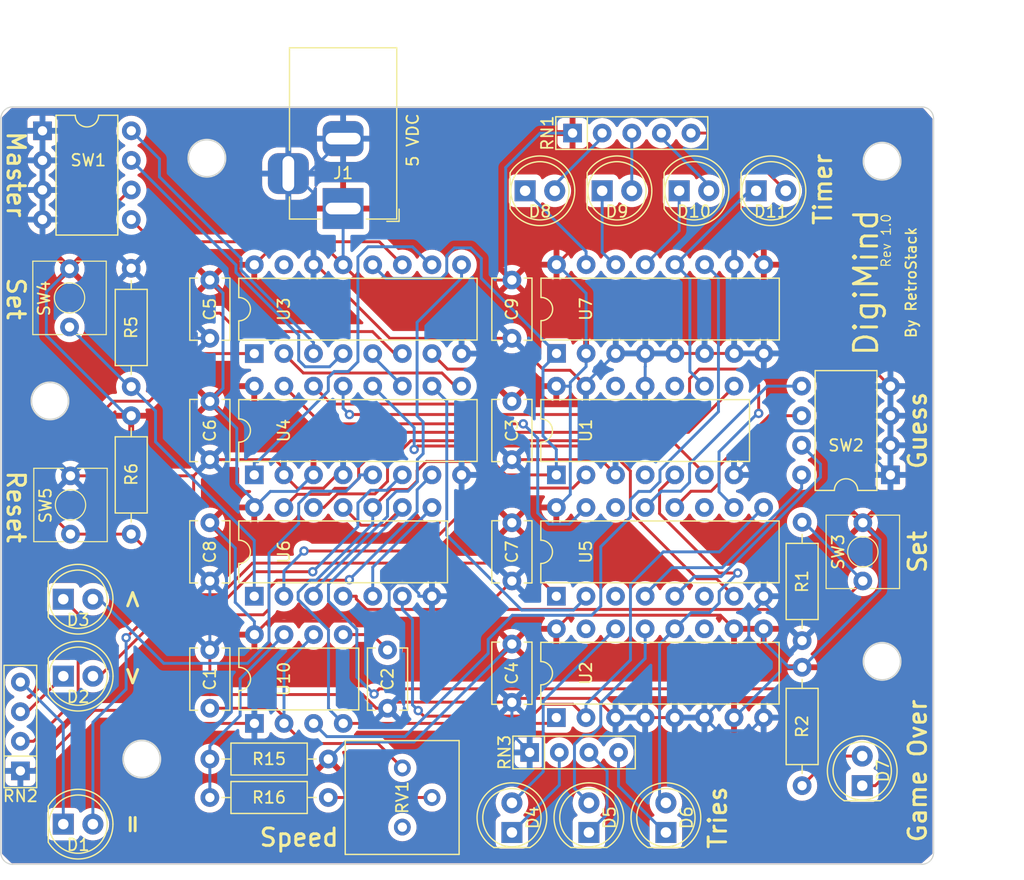
<source format=kicad_pcb>
(kicad_pcb (version 20240108) (generator "pcbnew") (generator_version "8.0")
  (title_block (title "DigiMind") (date "2024-06-24") (rev "1.1") (company "RetroStack - Marcel Erz") (comment 4 "A game to guess the master code"))
  (layers (0 "F.Cu" signal) (31 "B.Cu" signal) (34 "B.Paste" user) (35 "F.Paste" user) (36 "B.SilkS" user "B.Silkscreen") (37 "F.SilkS" user "F.Silkscreen") (38 "B.Mask" user) (39 "F.Mask" user) (44 "Edge.Cuts" user))
  (net 0 "")
  (net 1 "GND")
  (net 2 "Net-(U10-THR)")
  (net 3 "Net-(U10-CV)")
  (net 4 "+5V")
  (net 5 "Net-(D1-K)")
  (net 6 "Net-(D1-A)")
  (net 7 "Net-(D2-K)")
  (net 8 "Net-(D2-A)")
  (net 9 "Net-(D3-K)")
  (net 10 "Net-(D3-A)")
  (net 11 "Net-(D4-K)")
  (net 12 "Net-(D4-A)")
  (net 13 "Net-(D5-K)")
  (net 14 "Net-(D5-A)")
  (net 15 "Net-(D6-K)")
  (net 16 "Net-(D6-A)")
  (net 17 "Net-(D8-K)")
  (net 18 "Net-(D8-A)")
  (net 19 "Net-(D9-K)")
  (net 20 "Net-(D9-A)")
  (net 21 "Net-(D10-K)")
  (net 22 "Net-(D10-A)")
  (net 23 "Net-(D11-K)")
  (net 24 "Net-(D11-A)")
  (net 25 "Net-(R1-Pad2)")
  (net 26 "Net-(R5-Pad2)")
  (net 27 "/~{RST}")
  (net 28 "Net-(U10-DIS)")
  (net 29 "Net-(R16-Pad2)")
  (net 31 "Net-(U3-D3)")
  (net 32 "Net-(U3-D2)")
  (net 33 "Net-(U3-D1)")
  (net 34 "Net-(U3-D0)")
  (net 35 "Net-(U5-D3)")
  (net 36 "Net-(U5-D2)")
  (net 37 "Net-(U5-D1)")
  (net 38 "Net-(U5-D0)")
  (net 39 "/ENTERED")
  (net 40 "/~{ENTERED}")
  (net 42 "Net-(U1-Pad6)")
  (net 43 "Net-(U1-Pad8)")
  (net 46 "Net-(U2-CP)")
  (net 49 "Net-(U3-Q0)")
  (net 50 "Net-(U3-Q1)")
  (net 51 "Net-(U3-Q2)")
  (net 52 "Net-(U3-Cp)")
  (net 53 "Net-(U3-Q3)")
  (net 55 "Net-(U4-A0)")
  (net 56 "Net-(U4-A1)")
  (net 57 "Net-(U4-A2)")
  (net 58 "Net-(U4-A3)")
  (net 63 "Net-(U6-Pad5)")
  (net 64 "/~{GAMEOVER}")
  (net 65 "Net-(U10-Q)")
  (net 66 "Net-(D7-A)")
  (footprint "Capacitor_THT:C_Disc_D5.1mm_W3.2mm_P5.00mm" (layer "F.Cu") (at 119.634 75.986 -90)
    (property "Reference" "C7")
    (property "Value" "C")
  )
  (footprint "Package_DIP:DIP-14_W7.62mm" (layer "F.Cu") (at 97.536 82.296 90)
    (property "Reference" "U6")
    (property "Value" "74LS08")
  )
  (footprint "Capacitor_THT:C_Disc_D5.1mm_W3.2mm_P5.00mm" (layer "F.Cu") (at 119.634 65.572 -90)
    (property "Reference" "C3")
    (property "Value" "C")
  )
  (footprint "LED_THT:LED_D5.0mm" (layer "F.Cu") (at 126.238 102.57 90)
    (property "Reference" "D5")
    (property "Value" "Red")
  )
  (footprint "Resistor_THT:R_Axial_DIN0207_L6.3mm_D2.5mm_P10.16mm_Horizontal" (layer "F.Cu") (at 144.526 98.552 90)
    (property "Reference" "R2")
    (property "Value" "1k")
  )
  (footprint "LED_THT:LED_D5.0mm" (layer "F.Cu") (at 133.98 47.498)
    (property "Reference" "D10")
    (property "Value" "Red")
  )
  (footprint "Capacitor_THT:C_Disc_D5.1mm_W3.2mm_P5.00mm" (layer "F.Cu") (at 93.726 65.572 -90)
    (property "Reference" "C6")
    (property "Value" "C")
  )
  (footprint "LED_THT:LED_D5.0mm" (layer "F.Cu") (at 127.376 47.498)
    (property "Reference" "D9")
    (property "Value" "Red")
  )
  (footprint "LED_THT:LED_D5.0mm" (layer "F.Cu") (at 140.584 47.498)
    (property "Reference" "D11")
    (property "Value" "Red")
  )
  (footprint "Connector_BarrelJack:BarrelJack_Horizontal" (layer "F.Cu") (at 105.156 49.022 -90)
    (property "Reference" "J1")
    (property "Value" "Barrel_Jack_Switch")
  )
  (footprint "RetroStackLibrary:SW_SPST_Push" (layer "F.Cu") (at 156.733 78.486 -90)
    (property "Reference" "SW3")
    (property "Value" "SW_Push")
  )
  (footprint "Package_DIP:DIP-16_W7.62mm" (layer "F.Cu") (at 97.536 71.882 90)
    (property "Reference" "U4")
    (property "Value" "74LS85")
  )
  (footprint "Resistor_THT:R_Axial_DIN0207_L6.3mm_D2.5mm_P10.16mm_Horizontal" (layer "F.Cu") (at 144.526 86.106 90)
    (property "Reference" "R1")
    (property "Value" "R")
  )
  (footprint "Resistor_THT:R_Axial_DIN0207_L6.3mm_D2.5mm_P10.16mm_Horizontal" (layer "F.Cu") (at 86.98 76.962 90)
    (property "Reference" "R6")
    (property "Value" "R")
  )
  (footprint "Package_DIP:DIP-8_W7.62mm" (layer "F.Cu") (at 97.546 93.208 90)
    (property "Reference" "U10")
    (property "Value" "NA555P")
  )
  (footprint "Capacitor_THT:C_Disc_D5.1mm_W3.2mm_P5.00mm" (layer "F.Cu") (at 93.726 55.158 -90)
    (property "Reference" "C5")
    (property "Value" "C")
  )
  (footprint "Resistor_THT:R_Axial_DIN0207_L6.3mm_D2.5mm_P10.16mm_Horizontal" (layer "F.Cu") (at 103.886 96.266 180)
    (property "Reference" "R15")
    (property "Value" "1k")
  )
  (footprint "Resistor_THT:R_Array_SIP5" (layer "F.Cu") (at 124.836 42.545)
    (property "Reference" "RN1")
    (property "Value" "R_Network04")
  )
  (footprint "Package_DIP:DIP-16_W7.62mm" (layer "F.Cu") (at 123.444 92.71 90)
    (property "Reference" "U2")
    (property "Value" "74LS161")
  )
  (footprint "Capacitor_THT:C_Disc_D5.1mm_W3.2mm_P5.00mm" (layer "F.Cu") (at 93.726 75.986 -90)
    (property "Reference" "C8")
    (property "Value" "C")
  )
  (footprint "Resistor_THT:R_Array_SIP4" (layer "F.Cu") (at 77.475 97.282 90)
    (property "Reference" "RN2")
    (property "Value" "R_Network03")
  )
  (footprint "Resistor_THT:R_Axial_DIN0207_L6.3mm_D2.5mm_P10.16mm_Horizontal" (layer "F.Cu") (at 93.726 99.568)
    (property "Reference" "R16")
    (property "Value" "1k")
  )
  (footprint "LED_THT:LED_D5.0mm" (layer "F.Cu") (at 81.153 82.55)
    (property "Reference" "D3")
    (property "Value" "Yellow")
  )
  (footprint "Capacitor_THT:C_Disc_D5.1mm_W3.2mm_P5.00mm" (layer "F.Cu") (at 108.966 91.908 90)
    (property "Reference" "C2")
    (property "Value" "0.01uF")
  )
  (footprint "LED_THT:LED_D5.0mm" (layer "F.Cu") (at 132.842 102.57 90)
    (property "Reference" "D6")
    (property "Value" "Red")
  )
  (footprint "Package_DIP:DIP-14_W7.62mm" (layer "F.Cu") (at 123.444 71.882 90)
    (property "Reference" "U1")
    (property "Value" "74LS04")
  )
  (footprint "LED_THT:LED_D5.0mm" (layer "F.Cu") (at 81.153 101.854)
    (property "Reference" "D1")
    (property "Value" "Green")
  )
  (footprint "LED_THT:LED_D5.0mm" (layer "F.Cu") (at 149.6822 98.552 90)
    (property "Reference" "D7")
    (property "Value" "Red")
  )
  (footprint "Package_DIP:DIP-8_W7.62mm" (layer "F.Cu") (at 152.1041 71.882 180)
    (property "Reference" "SW2")
    (property "Value" "SW_DIP_x04")
  )
  (footprint "Capacitor_THT:C_Disc_D5.1mm_W3.2mm_P5.00mm" (layer "F.Cu") (at 119.634 86.4 -90)
    (property "Reference" "C4")
    (property "Value" "C")
  )
  (footprint "Package_DIP:DIP-16_W7.62mm" (layer "F.Cu") (at 97.536 61.468 90)
    (property "Reference" "U3")
    (property "Value" "74LS174")
  )
  (footprint "Potentiometer_THT:Potentiometer_Bourns_3386P_Vertical" (layer "F.Cu") (at 110.236 102.108)
    (property "Reference" "RV1")
    (property "Value" "1M")
  )
  (footprint "Capacitor_THT:C_Disc_D5.1mm_W3.2mm_P5.00mm" (layer "F.Cu") (at 119.634 55.158 -90)
    (property "Reference" "C9")
    (property "Value" "C")
  )
  (footprint "Package_DIP:DIP-16_W7.62mm" (layer "F.Cu") (at 123.444 82.296 90)
    (property "Reference" "U5")
    (property "Value" "74LS175")
  )
  (footprint "LED_THT:LED_D5.0mm" (layer "F.Cu") (at 81.158 89.154)
    (property "Reference" "D2")
    (property "Value" "Yellow")
  )
  (footprint "Resistor_THT:R_Array_SIP4" (layer "F.Cu") (at 121.158 95.7)
    (property "Reference" "RN3")
    (property "Value" "R_Network03")
  )
  (footprint "LED_THT:LED_D5.0mm" (layer "F.Cu") (at 119.634 102.57 90)
    (property "Reference" "D4")
    (property "Value" "Red")
  )
  (footprint "Package_DIP:DIP-8_W7.62mm" (layer "F.Cu") (at 79.37 42.348)
    (property "Reference" "SW1")
    (property "Value" "SW_DIP_x04")
  )
  (footprint "LED_THT:LED_D5.0mm" (layer "F.Cu") (at 120.767 47.498)
    (property "Reference" "D8")
    (property "Value" "Red")
  )
  (footprint "RetroStackLibrary:SW_SPST_Push" (layer "F.Cu") (at 88.773 74.462 -90)
    (property "Reference" "SW5")
    (property "Value" "SW_Push")
  )
  (footprint "Resistor_THT:R_Axial_DIN0207_L6.3mm_D2.5mm_P10.16mm_Horizontal" (layer "F.Cu") (at 86.98 54.149 -90)
    (property "Reference" "R5")
    (property "Value" "R")
  )
  (footprint "Capacitor_THT:C_Disc_D5.1mm_W3.2mm_P5.00mm" (layer "F.Cu") (at 93.726 86.908 -90)
    (property "Reference" "C1")
    (property "Value" "1uF")
  )
  (footprint "RetroStackLibrary:SW_SPST_Push" (layer "F.Cu") (at 88.6885 56.689 -90)
    (property "Reference" "SW4")
    (property "Value" "SW_Push")
  )
  (footprint "Package_DIP:DIP-16_W7.62mm" (layer "F.Cu") (at 123.459 61.458 90)
    (property "Reference" "U7")
    (property "Value" "74LS194")
  )
  (gr_circle (center 93.472 44.704) (end 95.072 44.704) (stroke (width 0.15)) (fill none) (layer "Edge.Cuts"))
  (gr_arc (start 154.8 40.3) (mid 155.507107 40.592893) (end 155.8 41.3) (stroke (width 0.1)) (layer "Edge.Cuts"))
  (gr_line (start 154.8 105.3) (end 76.8 105.3) (stroke (width 0.1)) (layer "Edge.Cuts"))
  (gr_arc (start 155.8 104.3) (mid 155.507107 105.007107) (end 154.8 105.3) (stroke (width 0.1)) (layer "Edge.Cuts"))
  (gr_line (start 75.8 104.3) (end 75.8 41.3) (stroke (width 0.1)) (layer "Edge.Cuts"))
  (gr_arc (start 76.8 105.3) (mid 76.092893 105.007107) (end 75.8 104.3) (stroke (width 0.1)) (layer "Edge.Cuts"))
  (gr_circle (center 151.384 87.884) (end 152.984 87.884) (stroke (width 0.15)) (fill none) (layer "Edge.Cuts"))
  (gr_line (start 76.8 40.3) (end 154.8 40.3) (stroke (width 0.1)) (layer "Edge.Cuts"))
  (gr_circle (center 151.384 44.958) (end 152.984 44.958) (stroke (width 0.15)) (fill none) (layer "Edge.Cuts"))
  (gr_circle (center 80.01 65.532) (end 81.61 65.532) (stroke (width 0.15)) (fill none) (layer "Edge.Cuts"))
  (gr_circle (center 87.884 96.266) (end 89.484 96.266) (stroke (width 0.15)) (fill none) (layer "Edge.Cuts"))
  (gr_line (start 155.8 41.3) (end 155.8 104.3) (stroke (width 0.1)) (layer "Edge.Cuts"))
  (gr_arc (start 75.8 41.3) (mid 76.092893 40.592893) (end 76.8 40.3) (stroke (width 0.1)) (layer "Edge.Cuts"))
  (gr_text "Set" (at 154.432 78.486 90) (layer "F.SilkS") (effects (font (size 1.5 1.5) (thickness 0.25) (bold yes))))
  (gr_text "Timer" (at 146.304 47.371 90) (layer "F.SilkS") (effects (font (size 1.5 1.5) (thickness 0.25) (bold yes))))
  (gr_text "Guess" (at 154.432 68.072 90) (layer "F.SilkS") (effects (font (size 1.5 1.5) (thickness 0.25) (bold yes))))
  (gr_text ">" (at 86.995 82.55 90) (layer "F.SilkS") (effects (font (size 1.5 1.5) (thickness 0.25) (bold yes))))
  (gr_text "=" (at 86.995 101.854 90) (layer "F.SilkS") (effects (font (size 1.5 1.5) (thickness 0.25) (bold yes))))
  (gr_text "5 VDC" (at 111.125 40.767 90) (layer "F.SilkS") (effects (font (size 1 1)) (justify right)))
  (gr_text "Rev 1.0" (at 152.1968 49.403 90) (layer "F.SilkS") (effects (font (size 0.8 0.8) (thickness 0.1)) (justify right bottom)))
  (gr_text "DigiMind" (at 151.1808 61.8236 90) (layer "F.SilkS") (effects (font (size 2 2) (thickness 0.25)) (justify left bottom)))
  (gr_text "Game Over" (at 154.432 97.282 90) (layer "F.SilkS") (effects (font (size 1.5 1.5) (thickness 0.25) (bold yes))))
  (gr_text "Tries" (at 137.287 101.3 90) (layer "F.SilkS") (effects (font (size 1.5 1.5) (thickness 0.25) (bold yes))))
  (gr_text "Speed" (at 104.902 102.997 0) (layer "F.SilkS") (effects (font (size 1.5 1.5) (thickness 0.25) (bold yes)) (justify right)))
  (gr_text "Set" (at 77.089 56.769 270) (layer "F.SilkS") (effects (font (size 1.5 1.5) (thickness 0.25) (bold yes))))
  (gr_text "Master" (at 77.089 46.101 270) (layer "F.SilkS") (effects (font (size 1.5 1.5) (thickness 0.25) (bold yes))))
  (gr_text "By RetroStack" (at 154.4066 55.372 90) (layer "F.SilkS") (effects (font (size 0.9 0.9)) (justify bottom)))
  (gr_text "Reset" (at 77.089 74.629 270) (layer "F.SilkS") (effects (font (size 1.5 1.5) (thickness 0.25) (bold yes))))
  (gr_text "<" (at 86.995 89.154 90) (layer "F.SilkS") (effects (font (size 1.5 1.5) (thickness 0.25) (bold yes))))
  (segment (start 100.6395 71.882) (end 99.3295 70.572) (width 0.25) (layer "F.Cu") (net 1))
  (segment (start 149.258 61.458) (end 141.239 61.458) (width 0.25) (layer "F.Cu") (net 1))
  (segment (start 119.634 70.572) (end 127.272 70.572) (width 0.25) (layer "F.Cu") (net 1))
  (segment (start 128.51 92.71) (end 126.8611 91.0611) (width 0.25) (layer "F.Cu") (net 1))
  (segment (start 97.546 93.208) (end 92.9547 93.208) (width 0.25) (layer "F.Cu") (net 1))
  (segment (start 109.4917 91.3823) (end 108.966 91.908) (width 0.25) (layer "F.Cu") (net 1))
  (segment (start 128.524 71.824) (end 128.524 71.882) (width 0.25) (layer "F.Cu") (net 1))
  (segment (start 92.2 91.4) (end 92.8682 90.7318) (width 0.25) (layer "F.Cu") (net 1))
  (segment (start 115.316 61.468) (end 118.324 61.468) (width 0.25) (layer "F.Cu") (net 1))
  (segment (start 83.7949 92.089) (end 78.6019 97.282) (width 0.25) (layer "F.Cu") (net 1))
  (segment (start 102.848 53.848) (end 109.158 60.158) (width 0.25) (layer "F.Cu") (net 1))
  (segment (start 92.336 79.596) (end 93.726 80.986) (width 0.25) (layer "F.Cu") (net 1))
  (segment (start 133.604 92.71) (end 131.064 92.71) (width 0.25) (layer "F.Cu") (net 1))
  (segment (start 119.634 80.986) (end 118.324 82.296) (width 0.25) (layer "F.Cu") (net 1))
  (segment (start 109.158 60.158) (end 119.634 60.158) (width 0.25) (layer "F.Cu") (net 1))
  (segment (start 124.622 62.9) (end 125.984 64.262) (width 0.25) (layer "F.Cu") (net 1))
  (segment (start 92.2 91.7247) (end 92.2 91.4) (width 0.25) (layer "F.Cu") (net 1))
  (segment (start 102.616 53.848) (end 102.848 53.848) (width 0.25) (layer "F.Cu") (net 1))
  (segment (start 83.7949 92.089) (end 91.8357 92.089) (width 0.25) (layer "F.Cu") (net 1))
  (segment (start 100.082 71.882) (end 100.076 71.882) (width 0.25) (layer "F.Cu") (net 1))
  (segment (start 93.726 90.7318) (end 93.726 86.908) (width 0.25) (layer "F.Cu") (net 1))
  (segment (start 82.799 49.968) (end 86.98 54.149) (width 0.25) (layer "F.Cu") (net 1))
  (segment (start 92.336 71.962) (end 92.336 79.596) (width 0.25) (layer "F.Cu") (net 1))
  (segment (start 131.079 61.458) (end 128.539 61.458) (width 0.25) (layer "F.Cu") (net 1))
  (segment (start 106.8318 90.7318) (end 108.008 91.908) (width 0.25) (layer "F.Cu") (net 1))
  (segment (start 81.773 71.962) (end 92.336 71.962) (width 0.25) (layer "F.Cu") (net 1))
  (segment (start 127.272 70.572) (end 128.524 71.824) (width 0.25) (layer "F.Cu") (net 1))
  (segment (start 77.475 97.282) (end 78.6019 97.282) (width 0.25) (layer "F.Cu") (net 1))
  (segment (start 136.144 92.71) (end 133.604 92.71) (width 0.25) (layer "F.Cu") (net 1))
  (segment (start 99.3295 70.572) (end 93.726 70.572) (width 0.25) (layer "F.Cu") (net 1))
  (segment (start 93.726 90.7318) (end 106.8318 90.7318) (width 0.25) (layer "F.Cu") (net 1))
  (segment (start 141.239 61.458) (end 138.699 61.458) (width 0.25) (layer "F.Cu") (net 1))
  (segment (start 92.8682 90.7318) (end 93.726 90.7318) (width 0.25) (layer "F.Cu") (net 1))
  (segment (start 133.619 61.458) (end 131.079 61.458) (width 0.25) (layer "F.Cu") (net 1))
  (segment (start 100.076 71.882) (end 100.6395 71.882) (width 0.25) (layer "F.Cu") (net 1))
  (segment (start 101.2171 73.0171) (end 100.082 71.882) (width 0.25) (layer "F.Cu") (net 1))
  (segment (start 92.336 71.962) (end 93.726 70.572) (width 0.25) (layer "F.Cu") (net 1))
  (segment (start 122.376 62.9) (end 124.622 62.9) (width 0.25) (layer "F.Cu") (net 1))
  (segment (start 118.324 82.296) (end 112.776 82.296) (width 0.25) (layer "F.Cu") (net 1))
  (segment (start 108.008 91.908) (end 108.966 91.908) (width 0.25) (layer "F.Cu") (net 1))
  (segment (start 128.524 92.71) (end 128.51 92.71) (width 0.25) (layer "F.Cu") (net 1))
  (segment (start 91.8357 92.089) (end 92.2 91.7247) (width 0.25) (layer "F.Cu") (net 1))
  (segment (start 104.618 71.882) (end 103.4829 73.0171) (width 0.25) (layer "F.Cu") (net 1))
  (segment (start 138.699 61.458) (end 136.159 61.458) (width 0.25) (layer "F.Cu") (net 1))
  (segment (start 126.8611 91.0611) (end 119.9729 91.0611) (width 0.25) (layer "F.Cu") (net 1))
  (segment (start 119.9729 91.0611) (end 119.634 91.4) (width 0.25) (layer "F.Cu") (net 1))
  (segment (start 119.634 60.158) (end 122.376 62.9) (width 0.25) (layer "F.Cu") (net 1))
  (segment (start 152.1041 64.262) (end 152.062 64.262) (width 0.25) (layer "F.Cu") (net 1))
  (segment (start 119.634 91.4) (end 119.6163 91.3823) (width 0.25) (layer "F.Cu") (net 1))
  (segment (start 119.6163 91.3823) (end 109.4917 91.3823) (width 0.25) (layer "F.Cu") (net 1))
  (segment (start 105.156 71.882) (end 104.618 71.882) (width 0.25) (layer "F.Cu") (net 1))
  (segment (start 103.4829 73.0171) (end 101.2171 73.0171) (width 0.25) (layer "F.Cu") (net 1))
  (segment (start 136.159 61.458) (end 133.619 61.458) (width 0.25) (layer "F.Cu") (net 1))
  (segment (start 152.062 64.262) (end 149.258 61.458) (width 0.25) (layer "F.Cu") (net 1))
  (segment (start 131.064 92.71) (end 128.524 92.71) (width 0.25) (layer "F.Cu") (net 1))
  (segment (start 79.37 49.968) (end 82.799 49.968) (width 0.25) (layer "F.Cu") (net 1))
  (segment (start 92.9547 93.208) (end 91.8357 92.089) (width 0.25) (layer "F.Cu") (net 1))
  (segment (start 118.324 61.468) (end 119.634 60.158) (width 0.25) (layer "F.Cu") (net 1))
  (segment (start 139.954 88.846) (end 139.954 83.9646) (width 0.25) (layer "B.Cu") (net 1))
  (segment (start 105.156 71.882) (end 105.156 69.056) (width 0.25) (layer "B.Cu") (net 1))
  (segment (start 111.6491 82.296) (end 111.6491 82.0625) (width 0.25) (layer "B.Cu") (net 1))
  (segment (start 141.224 82.6946) (end 141.224 82.804) (width 0.25) (layer "B.Cu") (net 1))
  (segment (start 126 64.278) (end 126 68.2311) (width 0.25) (layer "B.Cu") (net 1))
  (segment (start 92.5665 60.158) (end 92.5665 69.4125) (width 0.25) (layer "B.Cu") (net 1))
  (segment (start 152.1041 69.342) (end 152.1041 71.882) (width 0.25) (layer "B.Cu") (net 1))
  (segment (start 115.316 71.882) (end 118.324 71.882) (width 0.25) (layer "B.Cu") (net 1))
  (segment (start 119.634 94.134) (end 119.634 91.4) (width 0.25) (layer "B.Cu") (net 1))
  (segment (start 79.37 49.968) (end 79.37 47.428) (width 0.25) (layer "B.Cu") (net 1))
  (segment (start 121.158 95.658) (end 119.634 94.134) (width 0.25) (layer "B.Cu") (net 1))
  (segment (start 131.064 62.5999) (end 131.064 64.262) (width 0.25) (layer "B.Cu") (net 1))
  (segment (start 138.684 71.882) (end 142.466 68.1) (width 0.25) (layer "B.Cu") (net 1))
  (segment (start 131.079 62.5849) (end 131.064 62.5999) (width 0.25) (layer "B.Cu") (net 1))
  (segment (start 142.466 68.1) (end 148.3221 68.1) (width 0.25) (layer "B.Cu") (net 1))
  (segment (start 121.158 95.7) (end 121.158 95.658) (width 0.25) (layer "B.Cu") (net 1))
  (segment (start 128.524 70.7551) (end 128.524 71.882) (width 0.25) (layer "B.Cu") (net 1))
  (segment (start 105.156 69.056) (end 105.1 69) (width 0.25) (layer "B.Cu") (net 1))
  (segment (start 109.1035 84.3335) (end 110.112 85.342) (width 0.25) (layer "B.Cu") (net 1))
  (segment (start 139.954 83.9646) (end 141.224 82.6946) (width 0.25) (layer "B.Cu") (net 1))
  (segment (start 140.0957 93.8383) (end 137.2723 93.8383) (width 0.25) (layer "B.Cu") (net 1))
  (segment (start 118.324 71.882) (end 119.634 70.572) (width 0.25) (layer "B.Cu") (net 1))
  (segment (start 136.144 92.71) (end 136.144 92.656) (width 0.25) (layer "B.Cu") (net 1))
  (segment (start 152.1041 64.262) (end 152.1041 66.802) (width 0.25) (layer "B.Cu") (net 1))
  (segment (start 101.5483 46.6297) (end 105.156 43.022) (width 0.25) (layer "B.Cu") (net 1))
  (segment (start 152.1041 66.802) (end 152.1041 69.342) (width 0.25) (layer "B.Cu") (net 1))
  (segment (start 125.984 64.262) (end 126 64.278) (width 0.25) (layer "B.Cu") (net 1))
  (segment (start 101.0637 46.6297) (end 100.456 46.022) (width 0.25) (layer "B.Cu") (net 1))
  (segment (start 138.699 53.838) (end 138.699 61.458) (width 0.25) (layer "B.Cu") (net 1))
  (segment (start 118.324 79.676) (end 118.324 71.882) (width 0.25) (layer "B.Cu") (net 1))
  (segment (start 92.5665 60.158) (end 93.726 60.158) (width 0.25) (layer "B.Cu") (net 1))
  (segment (start 109.1035 81.7886) (end 109.1035 84.3335) (width 0.25) (layer "B.Cu") (net 1))
  (segment (start 110.112 85.342) (end 110.112 90.762) (width 0.25) (layer "B.Cu") (net 1))
  (segment (start 119.634 80.986) (end 118.324 79.676) (width 0.25) (layer "B.Cu") (net 1))
  (segment (start 131.079 61.458) (end 131.079 62.5849) (width 0.25) (layer "B.Cu") (net 1))
  (segment (start 93.726 86.908) (end 93.726 80.986) (width 0.25) (layer "B.Cu") (net 1))
  (segment (start 141.224 82.296) (end 141.224 82.6946) (width 0.25) (layer "B.Cu") (net 1))
  (segment (start 136.144 92.656) (end 139.954 88.846) (width 0.25) (layer "B.Cu") (net 1))
  (segment (start 79.37 44.888) (end 79.37 42.348) (width 0.25) (layer "B.Cu") (net 1))
  (segment (start 102.616 53.848) (end 102.616 47.6974) (width 0.25) (layer "B.Cu") (net 1))
  (segment (start 141.224 82.804) (end 144.526 86.106) (width 0.25) (layer "B.Cu") (net 1))
  (segment (start 141.224 92.71) (end 140.0957 93.8383) (width 0.25) (layer "B.Cu") (net 1))
  (segment (start 110.7222 81.1356) (end 109.7565 81.1356) (width 0.25) (layer "B.Cu") (net 1))
  (segment (start 112.776 82.296) (end 111.6491 82.296) (width 0.25) (layer "B.Cu") (net 1))
  (segment (start 92.5665 69.4125) (end 93.726 70.572) (width 0.25) (layer "B.Cu") (net 1))
  (segment (start 101.5483 46.6297) (end 101.0637 46.6297) (width 0.25) (layer "B.Cu") (net 1))
  (segment (start 125.984 64.013) (end 128.539 61.458) (width 0.25) (layer "B.Cu") (net 1))
  (segment (start 86.98 54.149) (end 92.5665 59.7355) (width 0.25) (layer "B.Cu") (net 1))
  (segment (start 109.7565 81.1356) (end 109.1035 81.7886) (width 0.25) (layer "B.Cu") (net 1))
  (segment (start 102.616 47.6974) (end 101.5483 46.6297) (width 0.25) (layer "B.Cu") (net 1))
  (segment (start 111.6491 82.0625) (end 110.7222 81.1356) (width 0.25) (layer "B.Cu") (net 1))
  (segment (start 126 68.2311) (end 128.524 70.7551) (width 0.25) (layer "B.Cu") (net 1))
  (segment (start 137.2723 93.8383) (end 136.144 92.71) (width 0.25) (layer "B.Cu") (net 1))
  (segment (start 110.112 90.762) (end 108.966 91.908) (width 0.25) (layer "B.Cu") (net 1))
  (segment (start 79.37 47.428) (end 79.37 44.888) (width 0.25) (layer "B.Cu") (net 1))
  (segment (start 131.064 64.262) (end 131.064 66.064) (width 0.25) (layer "B.Cu") (net 1))
  (segment (start 92.5665 59.7355) (end 92.5665 60.158) (width 0.25) (layer "B.Cu") (net 1))
  (segment (start 148.3221 68.1) (end 152.1041 71.882) (width 0.25) (layer "B.Cu") (net 1))
  (segment (start 125.984 64.262) (end 125.984 64.013) (width 0.25) (layer "B.Cu") (net 1))
  (segment (start 110.236 97.028) (end 108.1422 94.9342) (width 0.25) (layer "F.Cu") (net 2))
  (segment (start 100.086 93.208) (end 100.6495 93.208) (width 0.25) (layer "F.Cu") (net 2))
  (segment (start 101.8122 94.9342) (end 100.086 93.208) (width 0.25) (layer "F.Cu") (net 2))
  (segment (start 108.1422 94.9342) (end 101.8122 94.9342) (width 0.25) (layer "F.Cu") (net 2))
  (segment (start 99.3495 91.908) (end 93.726 91.908) (width 0.25) (layer "F.Cu") (net 2))
  (segment (start 100.6495 93.208) (end 99.3495 91.908) (width 0.25) (layer "F.Cu") (net 2))
  (segment (start 100.086 88.214) (end 100.086 93.208) (width 0.25) (layer "B.Cu") (net 2))
  (segment (start 102.626 85.674) (end 100.086 88.214) (width 0.25) (layer "B.Cu") (net 2))
  (segment (start 102.626 85.588) (end 102.626 85.674) (width 0.25) (layer "B.Cu") (net 2))
  (segment (start 107.646 85.588) (end 108.966 86.908) (width 0.25) (layer "F.Cu") (net 3))
  (segment (start 105.166 85.588) (end 107.646 85.588) (width 0.25) (layer "F.Cu") (net 3))
  (segment (start 120.944 74.676) (end 119.634 75.986) (width 0.25) (layer "F.Cu") (net 4))
  (segment (start 97.536 64.262) (end 95.036 64.262) (width 0.25) (layer "F.Cu") (net 4))
  (segment (start 120.954 53.838) (end 119.634 55.158) (width 0.25) (layer "F.Cu") (net 4))
  (segment (start 95.036 53.848) (end 93.726 55.158) (width 0.25) (layer "F.Cu") (net 4))
  (segment (start 137.5148 83.9208) (end 124.6132 83.9208) (width 0.25) (layer "F.Cu") (net 4))
  (segment (start 125 52.3) (end 123.462 53.838) (width 0.25) (layer "F.Cu") (net 4))
  (segment (start 119.634 55.158) (end 106.458 55.158) (width 0.25) (layer "F.Cu") (net 4))
  (segment (start 106.458 55.158) (end 105.156 53.856) (width 0.25) (layer "F.Cu") (net 4))
  (segment (start 95.036 64.262) (end 93.726 65.572) (width 0.25) (layer "F.Cu") (net 4))
  (segment (start 97.552 53.848) (end 97.536 53.848) (width 0.25) (layer "F.Cu") (net 4))
  (segment (start 123.459 53.838) (end 120.954 53.838) (width 0.25) (layer "F.Cu") (net 4))
  (segment (start 120.944 64.262) (end 119.634 65.572) (width 0.25) (layer "F.Cu") (net 4))
  (segment (start 123.444 85.09) (end 120.944 85.09) (width 0.25) (layer "F.Cu") (net 4))
  (segment (start 124.6132 83.9208) (end 123.444 85.09) (width 0.25) (layer "F.Cu") (net 4))
  (segment (start 97.536 53.848) (end 95.036 53.848) (width 0.25) (layer "F.Cu") (net 4))
  (segment (start 97.536 74.676) (end 95.036 74.676) (width 0.25) (layer "F.Cu") (net 4))
  (segment (start 123.444 74.676) (end 120.944 74.676) (width 0.25) (layer "F.Cu") (net 4))
  (segment (start 92.496 66.802) (end 93.726 65.572) (width 0.25) (layer "F.Cu") (net 4))
  (segment (start 103.708 52.4) (end 99 52.4) (width 0.25) (layer "F.Cu") (net 4))
  (segment (start 141.239 53.739) (end 139.8 52.3) (width 0.25) (layer "F.Cu") (net 4))
  (segment (start 141.239 53.838) (end 141.239 53.739) (width 0.25) (layer "F.Cu") (net 4))
  (segment (start 123.444 64.262) (end 120.944 64.262) (width 0.25) (layer "F.Cu") (net 4))
  (segment (start 117.6608 84.4268) (end 119.634 86.4) (width 0.25) (layer "F.Cu") (net 4))
  (segment (start 97.546 85.588) (end 98.7072 84.4268) (width 0.25) (layer "F.Cu") (net 4))
  (segment (start 105.156 53.856) (end 105.156 53.848) (width 0.25) (layer "F.Cu") (net 4))
  (segment (start 98.7072 84.4268) (end 117.6608 84.4268) (width 0.25) (layer "F.Cu") (net 4))
  (segment (start 105.156 53.848) (end 103.708 52.4) (width 0.25) (layer "F.Cu") (net 4))
  (segment (start 138.684 85.09) (end 137.5148 83.9208) (width 0.25) (layer "F.Cu") (net 4))
  (segment (start 86.98 66.802) (end 92.496 66.802) (width 0.25) (layer "F.Cu") (net 4))
  (segment (start 95.036 74.676) (end 93.726 75.986) (width 0.25) (layer "F.Cu") (net 4))
  (segment (start 102.616 71.882) (end 102.616 70.3) (width 0.25) (layer "F.Cu") (net 4))
  (segment (start 99 52.4) (end 97.552 53.848) (width 0.25) (layer "F.Cu") (net 4))
  (segment (start 138.684 85.09) (end 141.224 85.09) (width 0.25) (layer "F.Cu") (net 4))
  (segment (start 139.8 52.3) (end 125 52.3) (width 0.25) (layer "F.Cu") (net 4))
  (segment (start 123.462 53.838) (end 123.459 53.838) (width 0.25) (layer "F.Cu") (net 4))
  (segment (start 120.944 85.09) (end 119.634 86.4) (width 0.25) (layer "F.Cu") (net 4))
  (segment (start 96.0344 67.8804) (end 93.726 65.572) (width 0.25) (layer "B.Cu") (net 4))
  (segment (start 123.538 53.838) (end 125.999 56.299) (width 0.25) (layer "B.Cu") (net 4))
  (segment (start 138.684 92.71) (end 138.69 92.71) (width 0.25) (layer "B.Cu") (net 4))
  (segment (start 79.7 59.9) (end 86.602 66.802) (width 0.25) (layer "B.Cu") (net 4))
  (segment (start 94.8529 64.4451) (end 93.726 65.572) (width 0.25) (layer "B.Cu") (net 4))
  (segment (start 138.69 92.71) (end 142.6371 88.7629) (width 0.25) (layer "B.Cu") (net 4))
  (segment (start 141.224 86.2169) (end 142.6371 87.63) (width 0.25) (layer "B.Cu") (net 4))
  (segment (start 119.1 45.5) (end 119.1 54.624) (width 0.25) (layer "B.Cu") (net 4))
  (segment (start 97.546 85.588) (end 97.546 84.4611) (width 0.25) (layer "B.Cu") (net 4))
  (segment (start 103.886 96.266) (end 105.3487 94.8033) (width 0.25) (layer "B.Cu") (net 4))
  (segment (start 124.5694 64.262) (end 124.6417 64.3343) (width 0.25) (layer "B.Cu") (net 4))
  (segment (start 111.2307 94.8033) (end 119.634 86.4) (width 0.25) (layer "B.Cu") (net 4))
  (segment (start 95.9048 78.1648) (end 95.9048 82.82) (width 0.25) (layer "B.Cu") (net 4))
  (segment (start 125.999 61.458) (end 125.999 62.5849) (width 0.25) (layer "B.Cu") (net 4))
  (segment (start 123.459 53.838) (end 123.538 53.838) (width 0.25) (layer "B.Cu") (net 4))
  (segment (start 151.2 81.75) (end 144.558 88.392) (width 0.25) (layer "B.Cu") (net 4))
  (segment (start 124.4575 64.262) (end 124.5694 64.262) (width 0.25) (layer "B.Cu") (net 4))
  (segment (start 95.9048 82.82) (end 95.9049 82.82) (width 0.25) (layer "B.Cu") (net 4))
  (segment (start 142.6371 87.63) (end 143.3991 88.392) (width 0.25) (layer "B.Cu") (net 4))
  (segment (start 125.999 62.5849) (end 124.6417 63.9422) (width 0.25) (layer "B.Cu") (net 4))
  (segment (start 149.733 75.986) (end 151.2 77.453) (width 0.25) (layer "B.Cu") (net 4))
  (segment (start 142.6371 88.7629) (end 142.6371 87.63) (width 0.25) (layer "B.Cu") (net 4))
  (segment (start 144.558 88.392) (end 144.526 88.392) (width 0.25) (layer "B.Cu") (net 4))
  (segment (start 102.568 71.882) (end 101.15 73.3) (width 0.25) (layer "B.Cu") (net 4))
  (segment (start 141.224 85.09) (end 141.224 86.2169) (width 0.25) (layer "B.Cu") (net 4))
  (segment (start 125.999 56.299) (end 125.999 61.458) (width 0.25) (layer "B.Cu") (net 4))
  (segment (start 124.836 42.545) (end 122.055 42.545) (width 0.25) (layer "B.Cu") (net 4))
  (segment (start 123.524 74.676) (end 123.444 74.676) (width 0.25) (layer "B.Cu") (net 4))
  (segment (start 93.726 55.158) (end 94.8529 56.2849) (width 0.25) (layer "B.Cu") (net 4))
  (segment (start 98.0995 74.676) (end 96.0344 72.6109) (width 0.25) (layer "B.Cu") (net 4))
  (segment (start 97.536 74.676) (end 98.0995 74.676) (width 0.25) (layer "B.Cu") (net 4))
  (segment (start 86.602 66.802) (end 86.98 66.802) (width 0.25) (layer "B.Cu") (net 4))
  (segment (start 96.0344 72.6109) (end 96.0344 67.8804) (width 0.25) (layer "B.Cu") (net 4))
  (segment (start 124.6417 64.3343) (end 124.6417 73.5583) (width 0.25) (layer "B.Cu") (net 4))
  (segment (start 101.15 73.3) (end 98.912 73.3) (width 0.25) (layer "B.Cu") (net 4))
  (segment (start 98.912 73.3) (end 97.536 74.676) (width 0.25) (layer "B.Cu") (net 4))
  (segment (start 124.6417 73.5583) (end 123.524 74.676) (width 0.25) (layer "B.Cu") (net 4))
  (segment (start 144.526 88.392) (end 143.3991 88.392) (width 0.25) (layer "B.Cu") (net 4))
  (segment (start 94.8529 56.2849) (end 94.8529 64.4451) (width 0.25) (layer "B.Cu") (net 4))
  (segment (start 93.726 75.986) (end 95.9048 78.1648) (width 0.25) (layer "B.Cu") (net 4))
  (segment (start 124.6417 63.9422) (end 124.6417 64.3343) (width 0.25) (layer "B.Cu") (net 4))
  (segment (start 123.444 64.262) (end 124.4575 64.262) (width 0.25) (layer "B.Cu") (net 4))
  (segment (start 95.9049 82.82) (end 97.546 84.4611) (width 0.25) (layer "B.Cu") (net 4))
  (segment (start 122.055 42.545) (end 119.1 45.5) (width 0.25) (layer "B.Cu") (net 4))
  (segment (start 79.7 56.1775) (end 79.7 59.9) (width 0.25) (layer "B.Cu") (net 4))
  (segment (start 151.2 77.453) (end 151.2 81.75) (width 0.25) (layer "B.Cu") (net 4))
  (segment (start 105.3487 94.8033) (end 111.2307 94.8033) (width 0.25) (layer "B.Cu") (net 4))
  (segment (start 119.1 54.624) (end 119.634 55.158) (width 0.25) (layer "B.Cu") (net 4))
  (segment (start 81.6885 54.189) (end 79.7 56.1775) (width 0.25) (layer "B.Cu") (net 4))
  (segment (start 102.616 71.882) (end 102.568 71.882) (width 0.25) (layer "B.Cu") (net 4))
  (segment (start 105.156 53.848) (end 105.156 49.022) (width 0.25) (layer "B.Cu") (net 4))
  (segment (start 77.562 89.662) (end 77.475 89.662) (width 0.25) (layer "B.Cu") (net 5))
  (segment (start 81.153 101.854) (end 81.153 93.253) (width 0.25) (layer "B.Cu") (net 5))
  (segment (start 81.153 93.253) (end 77.562 89.662) (width 0.25) (layer "B.Cu") (net 5))
  (segment (start 97.4807 80.1924) (end 94.488 83.1851) (width 0.25) (layer "F.Cu") (net 6))
  (segment (start 94.488 83.1851) (end 89.2134 83.1851) (width 0.25) (layer "F.Cu") (net 6))
  (segment (start 89.2134 83.1851) (end 86.544 85.8545) (width 0.25) (layer "F.Cu") (net 6))
  (segment (start 102.5508 80.1924) (end 97.4807 80.1924) (width 0.25) (layer "F.Cu") (net 6))
  (via (at 86.544 85.8545) (size 0.8) (drill 0.4) (layers "F.Cu" "B.Cu") (net 6))
  (via (at 102.5508 80.1924) (size 0.8) (drill 0.4) (layers "F.Cu" "B.Cu") (net 6))
  (segment (start 106.426 76.3172) (end 102.5508 80.1924) (width 0.25) (layer "B.Cu") (net 6))
  (segment (start 86.544 90.2669) (end 86.544 85.8545) (width 0.25) (layer "B.Cu") (net 6))
  (segment (start 106.426 74.2857) (end 106.426 76.3172) (width 0.25) (layer "B.Cu") (net 6))
  (segment (start 108.918 73.2) (end 107.5117 73.2) (width 0.25) (layer "B.Cu") (net 6))
  (segment (start 83.693 101.854) (end 83.693 93.1179) (width 0.25) (layer "B.Cu") (net 6))
  (segment (start 107.5117 73.2) (end 106.426 74.2857) (width 0.25) (layer "B.Cu") (net 6))
  (segment (start 83.693 93.1179) (end 86.544 90.2669) (width 0.25) (layer "B.Cu") (net 6))
  (segment (start 110.236 71.882) (end 108.918 73.2) (width 0.25) (layer "B.Cu") (net 6))
  (segment (start 77.475 92.202) (end 78.098 92.202) (width 0.25) (layer "F.Cu") (net 7))
  (segment (start 78.098 92.202) (end 81.146 89.154) (width 0.25) (layer "F.Cu") (net 7))
  (segment (start 81.146 89.154) (end 81.158 89.154) (width 0.25) (layer "F.Cu") (net 7))
  (segment (start 98.3129 83.8871) (end 98.8 83.4) (width 0.25) (layer "F.Cu") (net 8))
  (segment (start 99.4807 80.9193) (end 105.6443 80.9193) (width 0.25) (layer "F.Cu") (net 8))
  (segment (start 83.698 89.154) (end 84.2725 89.154) (width 0.25) (layer "F.Cu") (net 8))
  (segment (start 98.8 81.6) (end 99.4807 80.9193) (width 0.25) (layer "F.Cu") (net 8))
  (segment (start 89.5394 83.8871) (end 98.3129 83.8871) (width 0.25) (layer "F.Cu") (net 8))
  (segment (start 98.8 83.4) (end 98.8 81.6) (width 0.25) (layer "F.Cu") (net 8))
  (segment (start 105.6443 80.9193) (end 105.6908 80.8728) (width 0.25) (layer "F.Cu") (net 8))
  (segment (start 84.2725 89.154) (end 89.5394 83.8871) (width 0.25) (layer "F.Cu") (net 8))
  (via (at 105.6908 80.8728) (size 0.8) (drill 0.4) (layers "F.Cu" "B.Cu") (net 8))
  (segment (start 111.506 75.0576) (end 105.6908 80.8728) (width 0.25) (layer "B.Cu") (net 8))
  (segment (start 111.506 73.152) (end 111.506 75.0576) (width 0.25) (layer "B.Cu") (net 8))
  (segment (start 112.776 71.882) (end 111.506 73.152) (width 0.25) (layer "B.Cu") (net 8))
  (segment (start 81.153 82.55) (end 82.428 83.825) (width 0.25) (layer "F.Cu") (net 9))
  (segment (start 78.6019 94.742) (end 77.475 94.742) (width 0.25) (layer "F.Cu") (net 9))
  (segment (start 82.428 83.825) (end 82.428 90.9159) (width 0.25) (layer "F.Cu") (net 9))
  (segment (start 82.428 90.9159) (end 78.6019 94.742) (width 0.25) (layer "F.Cu") (net 9))
  (segment (start 96.9466 88.0534) (end 89.7709 88.0534) (width 0.25) (layer "B.Cu") (net 10))
  (segment (start 102.401 73.279) (end 101.346 74.334) (width 0.25) (layer "B.Cu") (net 10))
  (segment (start 107.696 71.882) (end 106.5691 71.882) (width 0.25) (layer "B.Cu") (net 10))
  (segment (start 89.7709 88.0534) (end 84.2675 82.55) (width 0.25) (layer "B.Cu") (net 10))
  (segment (start 101.346 76.0574) (end 98.8 78.6034) (width 0.25) (layer "B.Cu") (net 10))
  (segment (start 98.8 86.2) (end 96.9466 88.0534) (width 0.25) (layer "B.Cu") (net 10))
  (segment (start 105.4056 73.279) (end 102.401 73.279) (width 0.25) (layer "B.Cu") (net 10))
  (segment (start 98.8 78.6034) (end 98.8 86.2) (width 0.25) (layer "B.Cu") (net 10))
  (segment (start 84.2675 82.55) (end 83.693 82.55) (width 0.25) (layer "B.Cu") (net 10))
  (segment (start 106.5691 71.882) (end 106.5691 72.1155) (width 0.25) (layer "B.Cu") (net 10))
  (segment (start 106.5691 72.1155) (end 105.4056 73.279) (width 0.25) (layer "B.Cu") (net 10))
  (segment (start 101.346 74.334) (end 101.346 76.0574) (width 0.25) (layer "B.Cu") (net 10))
  (segment (start 123.698 98.502) (end 119.634 102.566) (width 0.25) (layer "B.Cu") (net 11))
  (segment (start 119.634 102.566) (end 119.634 102.57) (width 0.25) (layer "B.Cu") (net 11))
  (segment (start 123.698 95.7) (end 123.698 98.502) (width 0.25) (layer "B.Cu") (net 11))
  (segment (start 122.3171 91.2829) (end 122.3171 97.3469) (width 0.25) (layer "B.Cu") (net 12))
  (segment (start 122.3171 97.3469) (end 119.634 100.03) (width 0.25) (layer "B.Cu") (net 12))
  (segment (start 128.524 85.09) (end 128.51 85.09) (width 0.25) (layer "B.Cu") (net 12))
  (segment (start 128.51 85.09) (end 122.3171 91.2829) (width 0.25) (layer "B.Cu") (net 12))
  (segment (start 126.238 95.7) (end 126.238 95.738) (width 0.25) (layer "B.Cu") (net 13))
  (segment (start 127.8 97.3) (end 127.8 101) (width 0.25) (layer "B.Cu") (net 13))
  (segment (start 126.238 95.738) (end 127.8 97.3) (width 0.25) (layer "B.Cu") (net 13))
  (segment (start 126.238 102.562) (end 126.238 102.57) (width 0.25) (layer "B.Cu") (net 13))
  (segment (start 127.8 101) (end 126.238 102.562) (width 0.25) (layer "B.Cu") (net 13))
  (segment (start 131.064 87.6339) (end 127.254 91.4439) (width 0.25) (layer "B.Cu") (net 14))
  (segment (start 127.254 93.446) (end 126.5 94.2) (width 0.25) (layer "B.Cu") (net 14))
  (segment (start 127.254 91.4439) (end 127.254 93.446) (width 0.25) (layer "B.Cu") (net 14))
  (segment (start 125 95) (end 125 98.792) (width 0.25) (layer "B.Cu") (net 14))
  (segment (start 131.064 85.09) (end 131.064 87.6339) (width 0.25) (layer "B.Cu") (net 14))
  (segment (start 125 98.792) (end 126.238 100.03) (width 0.25) (layer "B.Cu") (net 14))
  (segment (start 125.8 94.2) (end 125 95) (width 0.25) (layer "B.Cu") (net 14))
  (segment (start 126.5 94.2) (end 125.8 94.2) (width 0.25) (layer "B.Cu") (net 14))
  (segment (start 128.778 95.7) (end 128.778 98.578) (width 0.25) (layer "B.Cu") (net 15))
  (segment (start 132.77 102.57) (end 132.842 102.57) (width 0.25) (layer "B.Cu") (net 15))
  (segment (start 128.778 98.578) (end 132.77 102.57) (width 0.25) (layer "B.Cu") (net 15))
  (segment (start 139 80.3) (end 137.4 80.3) (width 0.25) (layer "F.Cu") (net 16))
  (segment (start 133.604 71.896) (end 133.604 71.882) (width 0.25) (layer "F.Cu") (net 16))
  (segment (start 132.3 75.2) (end 132.3 73.2) (width 0.25) (layer "F.Cu") (net 16))
  (segment (start 132.3 73.2) (end 133.604 71.896) (width 0.25) (layer "F.Cu") (net 16))
  (segment (start 137.4 80.3) (end 132.3 75.2) (width 0.25) (layer "F.Cu") (net 16))
  (via (at 139 80.3) (size 0.8) (drill 0.4) (layers "F.Cu" "B.Cu") (net 16))
  (segment (start 135 83.7) (end 133.61 85.09) (width 0.25) (layer "B.Cu") (net 16))
  (segment (start 132.3 99.488) (end 132.842 100.03) (width 0.25) (layer "B.Cu") (net 16))
  (segment (start 133.604 85.09) (end 133.604 85.096) (width 0.25) (layer "B.Cu") (net 16))
  (segment (start 136.6 83.7) (end 135 83.7) (width 0.25) (layer "B.Cu") (net 16))
  (segment (start 133.61 85.09) (end 133.604 85.09) (width 0.25) (layer "B.Cu") (net 16))
  (segment (start 137.414 81.886) (end 137.414 82.886) (width 0.25) (layer "B.Cu") (net 16))
  (segment (start 133.604 85.096) (end 132.3 86.4) (width 0.25) (layer "B.Cu") (net 16))
  (segment (start 139 80.3) (end 137.414 81.886) (width 0.25) (layer "B.Cu") (net 16))
  (segment (start 132.3 86.4) (end 132.3 99.488) (width 0.25) (layer "B.Cu") (net 16))
  (segment (start 137.414 82.886) (end 136.6 83.7) (width 0.25) (layer "B.Cu") (net 16))
  (segment (start 120.7859 47.498) (end 120.767 47.498) (width 0.25) (layer "B.Cu") (net 17))
  (segment (start 125.999 52.7111) (end 120.7859 47.498) (width 0.25) (layer "B.Cu") (net 17))
  (segment (start 125.999 53.838) (end 125.999 52.7111) (width 0.25) (layer "B.Cu") (net 17))
  (segment (start 127.376 42.545) (end 127.376 42.924) (width 0.25) (layer "B.Cu") (net 18))
  (segment (start 123.307 46.993) (end 123.307 47.498) (width 0.25) (layer "B.Cu") (net 18))
  (segment (start 127.376 42.924) (end 123.307 46.993) (width 0.25) (layer "B.Cu") (net 18))
  (segment (start 127.376 52.776) (end 127.376 47.498) (width 0.25) (layer "B.Cu") (net 19))
  (segment (start 128.539 53.838) (end 128.438 53.838) (width 0.25) (layer "B.Cu") (net 19))
  (segment (start 128.438 53.838) (end 127.376 52.776) (width 0.25) (layer "B.Cu") (net 19))
  (segment (start 129.916 42.545) (end 129.916 47.498) (width 0.25) (layer "B.Cu") (net 20))
  (segment (start 133.98 50.92) (end 133.98 47.498) (width 0.25) (layer "B.Cu") (net 21))
  (segment (start 131.079 53.821) (end 133.98 50.92) (width 0.25) (layer "B.Cu") (net 21))
  (segment (start 131.079 53.838) (end 131.079 53.821) (width 0.25) (layer "B.Cu") (net 21))
  (segment (start 132.456 42.956) (end 136.52 47.02) (width 0.25) (layer "B.Cu") (net 22))
  (segment (start 132.456 42.545) (end 132.456 42.956) (width 0.25) (layer "B.Cu") (net 22))
  (segment (start 136.52 47.02) (end 136.52 47.498) (width 0.25) (layer "B.Cu") (net 22))
  (segment (start 134.9 55.07295) (end 134.9 63) (width 0.25) (layer "B.Cu") (net 23))
  (segment (start 136.144 64.244) (end 136.144 64.262) (width 0.25) (layer "B.Cu") (net 23))
  (segment (start 134.9 63) (end 136.144 64.244) (width 0.25) (layer "B.Cu") (net 23))
  (segment (start 133.66505 53.838) (end 134.9 55.07295) (width 0.25) (layer "B.Cu") (net 23))
  (segment (start 133.619 53.838) (end 133.66505 53.838) (width 0.25) (layer "B.Cu") (net 23))
  (segment (start 140.002 47.498) (end 140.584 47.498) (width 0.25) (layer "B.Cu") (net 23))
  (segment (start 133.619 53.838) (end 133.662 53.838) (width 0.25) (layer "B.Cu") (net 23))
  (segment (start 133.662 53.838) (end 140.002 47.498) (width 0.25) (layer "B.Cu") (net 23))
  (segment (start 134.996 42.545) (end 138.171 42.545) (width 0.25) (layer "F.Cu") (net 24))
  (segment (start 138.171 42.545) (end 143.124 47.498) (width 0.25) (layer "F.Cu") (net 24))
  (segment (start 105.156 82.296) (end 106.2829 82.296) (width 0.25) (layer "F.Cu") (net 25))
  (segment (start 106.2829 82.296) (end 106.2829 82.5295) (width 0.25) (layer "F.Cu") (net 25))
  (segment (start 106.2829 82.5295) (end 107.1816 83.4282) (width 0.25) (layer "F.Cu") (net 25))
  (segment (start 107.1816 83.4282) (end 147.2908 83.4282) (width 0.25) (layer "F.Cu") (net 25))
  (segment (start 147.2908 83.4282) (end 149.733 80.986) (width 0.25) (layer "F.Cu") (net 25))
  (segment (start 144.693 75.946) (end 144.526 75.946) (width 0.25) (layer "B.Cu") (net 25))
  (segment (start 149.733 80.986) (end 144.693 75.946) (width 0.25) (layer "B.Cu") (net 25))
  (segment (start 97.536 77.5111) (end 89.0659 69.041) (width 0.25) (layer "B.Cu") (net 26))
  (segment (start 89.0659 66.3949) (end 86.98 64.309) (width 0.25) (layer "B.Cu") (net 26))
  (segment (start 97.536 82.296) (end 97.536 77.5111) (width 0.25) (layer "B.Cu") (net 26))
  (segment (start 89.0659 69.041) (end 89.0659 66.3949) (width 0.25) (layer "B.Cu") (net 26))
  (segment (start 86.8085 64.309) (end 86.98 64.309) (width 0.25) (layer "B.Cu") (net 26))
  (segment (start 81.6885 59.189) (end 86.8085 64.309) (width 0.25) (layer "B.Cu") (net 26))
  (segment (start 94.6654 82.163) (end 92.181 82.163) (width 0.25) (layer "F.Cu") (net 27))
  (segment (start 81.773 76.962) (end 86.98 76.962) (width 0.25) (layer "F.Cu") (net 27))
  (segment (start 85.4445 65.5555) (end 80 71) (width 0.25) (layer "F.Cu") (net 27))
  (segment (start 92.181 82.163) (end 86.98 76.962) (width 0.25) (layer "F.Cu") (net 27))
  (segment (start 123.444 82.296) (end 123.444 82.244) (width 0.25) (layer "F.Cu") (net 27))
  (segment (start 88.5445 65.5555) (end 85.4445 65.5555) (width 0.25) (layer "F.Cu") (net 27))
  (segment (start 80 71) (end 80 75.189) (width 0.25) (layer "F.Cu") (net 27))
  (segment (start 97.536 61.468) (end 92.632 61.468) (width 0.25) (layer "F.Cu") (net 27))
  (segment (start 97.3779 79.4505) (end 94.6654 82.163) (width 0.25) (layer "F.Cu") (net 27))
  (segment (start 80 75.189) (end 81.773 76.962) (width 0.25) (layer "F.Cu") (net 27))
  (segment (start 123.444 82.244) (end 120.6505 79.4505) (width 0.25) (layer "F.Cu") (net 27))
  (segment (start 120.6505 79.4505) (end 97.3779 79.4505) (width 0.25) (layer "F.Cu") (net 27))
  (segment (start 92.632 61.468) (end 88.5445 65.5555) (width 0.25) (layer "F.Cu") (net 27))
  (segment (start 93.726 99.568) (end 93.726 96.266) (width 0.25) (layer "B.Cu") (net 28))
  (segment (start 93.726 96.266) (end 93.726 95.1391) (width 0.25) (layer "B.Cu") (net 28))
  (segment (start 100.086 85.614) (end 100.086 85.588) (width 0.25) (layer "B.Cu") (net 28))
  (segment (start 96.3224 89.3776) (end 100.086 85.614) (width 0.25) (layer "B.Cu") (net 28))
  (segment (start 96.3224 92.5427) (end 96.3224 89.3776) (width 0.25) (layer "B.Cu") (net 28))
  (segment (start 93.726 95.1391) (end 96.3224 92.5427) (width 0.25) (layer "B.Cu") (net 28))
  (segment (start 112.776 99.568) (end 103.886 99.568) (width 0.25) (layer "F.Cu") (net 29))
  (segment (start 88.8707 51.8707) (end 108.2587 51.8707) (width 0.25) (layer "F.Cu") (net 31))
  (segment (start 86.99 49.99) (end 88.8707 51.8707) (width 0.25) (layer "F.Cu") (net 31))
  (segment (start 108.2587 51.8707) (end 110.236 53.848) (width 0.25) (layer "F.Cu") (net 31))
  (segment (start 86.99 49.968) (end 86.99 49.99) (width 0.25) (layer "F.Cu") (net 31))
  (segment (start 94.6 58) (end 93 58) (width 0.25) (layer "F.Cu") (net 32))
  (segment (start 107.6806 59.5806) (end 96.1806 59.5806) (width 0.25) (layer "F.Cu") (net 32))
  (segment (start 110.236 61.468) (end 109.568 61.468) (width 0.25) (layer "F.Cu") (net 32))
  (segment (start 93 58) (end 85.3 50.3) (width 0.25) (layer "F.Cu") (net 32))
  (segment (start 85.3 50.3) (end 85.3 49) (width 0.25) (layer "F.Cu") (net 32))
  (segment (start 96.1806 59.5806) (end 94.6 58) (width 0.25) (layer "F.Cu") (net 32))
  (segment (start 86.872 47.428) (end 86.99 47.428) (width 0.25) (layer "F.Cu") (net 32))
  (segment (start 109.568 61.468) (end 107.6806 59.5806) (width 0.25) (layer "F.Cu") (net 32))
  (segment (start 85.3 49) (end 86.872 47.428) (width 0.25) (layer "F.Cu") (net 32))
  (segment (start 86.99 44.888) (end 86.99 44.89) (width 0.25) (layer "B.Cu") (net 33))
  (segment (start 101.9022 62.6022) (end 103.9978 62.6022) (width 0.25) (layer "B.Cu") (net 33))
  (segment (start 101.346 59.885387) (end 101.346 62.046) (width 0.25) (layer "B.Cu") (net 33))
  (segment (start 101.346 62.046) (end 101.9022 62.6022) (width 0.25) (layer "B.Cu") (net 33))
  (segment (start 95.961 53.861) (end 95.961 54.500387) (width 0.25) (layer "B.Cu") (net 33))
  (segment (start 103.9978 62.6022) (end 105.132 61.468) (width 0.25) (layer "B.Cu") (net 33))
  (segment (start 105.132 61.468) (end 105.156 61.468) (width 0.25) (layer "B.Cu") (net 33))
  (segment (start 95.961 54.500387) (end 101.346 59.885387) (width 0.25) (layer "B.Cu") (net 33))
  (segment (start 86.99 44.89) (end 95.961 53.861) (width 0.25) (layer "B.Cu") (net 33))
  (segment (start 102.616 61.468) (end 102.616 60.518991) (width 0.25) (layer "B.Cu") (net 34))
  (segment (start 102.616 60.518991) (end 96.411 54.313991) (width 0.25) (layer "B.Cu") (net 34))
  (segment (start 89.4 44.758) (end 86.99 42.348) (width 0.25) (layer "B.Cu") (net 34))
  (segment (start 96.411 53.311) (end 89.4 46.3) (width 0.25) (layer "B.Cu") (net 34))
  (segment (start 96.411 54.313991) (end 96.411 53.311) (width 0.25) (layer "B.Cu") (net 34))
  (segment (start 89.4 46.3) (end 89.4 44.758) (width 0.25) (layer "B.Cu") (net 34))
  (segment (start 141.5442 64.262) (end 134.874 70.9322) (width 0.25) (layer "B.Cu") (net 35))
  (segment (start 134.874 70.9322) (end 134.874 72.526) (width 0.25) (layer "B.Cu") (net 35))
  (segment (start 134.121 73.279) (end 132.461 73.279) (width 0.25) (layer "B.Cu") (net 35))
  (segment (start 134.874 72.526) (end 134.121 73.279) (width 0.25) (layer "B.Cu") (net 35))
  (segment (start 144.4841 64.262) (end 141.5442 64.262) (width 0.25) (layer "B.Cu") (net 35))
  (segment (start 132.461 73.279) (end 131.064 74.676) (width 0.25) (layer "B.Cu") (net 35))
  (segment (start 137.414 72.586) (end 136.721 73.279) (width 0.25) (layer "F.Cu") (net 36))
  (segment (start 144.4841 66.802) (end 141.698 66.802) (width 0.25) (layer "F.Cu") (net 36))
  (segment (start 136.721 73.279) (end 135.001 73.279) (width 0.25) (layer "F.Cu") (net 36))
  (segment (start 135.001 73.279) (end 133.604 74.676) (width 0.25) (layer "F.Cu") (net 36))
  (segment (start 141.698 66.802) (end 137.414 71.086) (width 0.25) (layer "F.Cu") (net 36))
  (segment (start 137.414 71.086) (end 137.414 72.586) (width 0.25) (layer "F.Cu") (net 36))
  (segment (start 144.4841 69.342) (end 146.1 70.9579) (width 0.25) (layer "B.Cu") (net 37))
  (segment (start 146.1 72.0733) (end 137.5718 80.6015) (width 0.25) (layer "B.Cu") (net 37))
  (segment (start 135.2985 80.6015) (end 133.604 82.296) (width 0.25) (layer "B.Cu") (net 37))
  (segment (start 146.1 70.9579) (end 146.1 72.0733) (width 0.25) (layer "B.Cu") (net 37))
  (segment (start 137.5718 80.6015) (end 135.2985 80.6015) (width 0.25) (layer "B.Cu") (net 37))
  (segment (start 144.4841 71.882) (end 144.4841 73.0341) (width 0.25) (layer "B.Cu") (net 38))
  (segment (start 131.064 82.136) (end 131.064 82.296) (width 0.25) (layer "B.Cu") (net 38))
  (segment (start 144.4841 73.0341) (end 137.6727 79.8455) (width 0.25) (layer "B.Cu") (net 38))
  (segment (start 133.3545 79.8455) (end 131.064 82.136) (width 0.25) (layer "B.Cu") (net 38))
  (segment (start 137.6727 79.8455) (end 133.3545 79.8455) (width 0.25) (layer "B.Cu") (net 38))
  (segment (start 119.1052 71.882) (end 123.444 71.882) (width 0.25) (layer "F.Cu") (net 39))
  (segment (start 109.2376 73.1344) (end 110.7656 73.1344) (width 0.25) (layer "F.Cu") (net 39))
  (segment (start 107.696 74.676) (end 109.2376 73.1344) (width 0.25) (layer "F.Cu") (net 39))
  (segment (start 110.7656 73.1344) (end 111.506 72.394) (width 0.25) (layer "F.Cu") (net 39))
  (segment (start 105.166 93.208) (end 122.946 93.208) (width 0.25) (layer "F.Cu") (net 39))
  (segment (start 111.506 72.394) (end 111.506 71.5144) (width 0.25) (layer "F.Cu") (net 39))
  (segment (start 111.506 71.5144) (end 112.2889 70.7315) (width 0.25) (layer "F.Cu") (net 39))
  (segment (start 112.2889 70.7315) (end 117.9547 70.7315) (width 0.25) (layer "F.Cu") (net 39))
  (segment (start 122.946 93.208) (end 123.444 92.71) (width 0.25) (layer "F.Cu") (net 39))
  (segment (start 117.9547 70.7315) (end 119.1052 71.882) (width 0.25) (layer "F.Cu") (net 39))
  (segment (start 103.9 91.942) (end 103.9 85.1781) (width 0.25) (layer "B.Cu") (net 39))
  (segment (start 122.3003 68.5507) (end 122.3003 62.6997) (width 0.25) (layer "B.Cu") (net 39))
  (segment (start 114.7 52.4) (end 114.046 53.054) (width 0.25) (layer "B.Cu") (net 39))
  (segment (start 123.459 61.458) (end 123.458 61.458) (width 0.25) (layer "B.Cu") (net 39))
  (segment (start 102.8519 80.9193) (end 107.696 76.0752) (width 0.25) (layer "B.Cu") (net 39))
  (segment (start 117.0089 53.3089) (end 116.1 52.4) (width 0.25) (layer "B.Cu") (net 39))
  (segment (start 107.696 53.896) (end 107.696 53.848) (width 0.25) (layer "B.Cu") (net 39))
  (segment (start 117.0089 55.0089) (end 117.0089 53.3089) (width 0.25) (layer "B.Cu") (net 39))
  (segment (start 107.696 76.0752) (end 107.696 74.676) (width 0.25) (layer "B.Cu") (net 39))
  (segment (start 113.5786 55.0214) (end 108.8214 55.0214) (width 0.25) (layer "B.Cu") (net 39))
  (segment (start 108.8214 55.0214) (end 107.696 53.896) (width 0.25) (layer "B.Cu") (net 39))
  (segment (start 105.166 93.208) (end 103.9 91.942) (width 0.25) (layer "B.Cu") (net 39))
  (segment (start 114.046 54.554) (end 113.5786 55.0214) (width 0.25) (layer "B.Cu") (net 39))
  (segment (start 123.444 69.6944) (end 122.3003 68.5507) (width 0.25) (layer "B.Cu") (net 39))
  (segment (start 116.1 52.4) (end 114.7 52.4) (width 0.25) (layer "B.Cu") (net 39))
  (segment (start 101.3 82.5781) (end 101.3 81.9583) (width 0.25) (layer "B.Cu") (net 39))
  (segment (start 101.3 81.9583) (end 102.339 80.9193) (width 0.25) (layer "B.Cu") (net 39))
  (segment (start 123.444 71.882) (end 123.444 69.6944) (width 0.25) (layer "B.Cu") (net 39))
  (segment (start 123.458 61.458) (end 117.0089 55.0089) (width 0.25) (layer "B.Cu") (net 39))
  (segment (start 123.459 61.541) (end 123.459 61.458) (width 0.25) (layer "B.Cu") (net 39))
  (segment (start 122.3003 62.6997) (end 123.459 61.541) (width 0.25) (layer "B.Cu") (net 39))
  (segment (start 103.9 85.1781) (end 101.3 82.5781) (width 0.25) (layer "B.Cu") (net 39))
  (segment (start 102.339 80.9193) (end 102.8519 80.9193) (width 0.25) (layer "B.Cu") (net 39))
  (segment (start 114.046 53.054) (end 114.046 54.554) (width 0.25) (layer "B.Cu") (net 39))
  (segment (start 124.8571 73.0089) (end 125.984 71.882) (width 0.25) (layer "F.Cu") (net 40))
  (segment (start 117.4103 73.0089) (end 124.8571 73.0089) (width 0.25) (layer "F.Cu") (net 40))
  (segment (start 101.8 78.4128) (end 112.0064 78.4128) (width 0.25) (layer "F.Cu") (net 40))
  (segment (start 112.0064 78.4128) (end 117.4103 73.0089) (width 0.25) (layer "F.Cu") (net 40))
  (via (at 101.8 78.4128) (size 0.8) (drill 0.4) (layers "F.Cu" "B.Cu") (net 40))
  (segment (start 101.8 78.4128) (end 100.076 80.1368) (width 0.25) (layer "B.Cu") (net 40))
  (segment (start 100.076 80.1368) (end 100.076 82.296) (width 0.25) (layer "B.Cu") (net 40))
  (segment (start 110.9712 68.9494) (end 133.3494 68.9494) (width 0.25) (layer "F.Cu") (net 42))
  (segment (start 108.966 70.9546) (end 110.9712 68.9494) (width 0.25) (layer "F.Cu") (net 42))
  (segment (start 133.3494 68.9494) (end 136.144 71.744) (width 0.25) (layer "F.Cu") (net 42))
  (segment (start 108.966 72.434) (end 108.966 70.9546) (width 0.25) (layer "F.Cu") (net 42))
  (segment (start 136.144 71.744) (end 136.144 71.882) (width 0.25) (layer "F.Cu") (net 42))
  (segment (start 107.8895 73.5105) (end 108.966 72.434) (width 0.25) (layer "F.Cu") (net 42))
  (segment (start 102.616 74.676) (end 103.5094 74.676) (width 0.25) (layer "F.Cu") (net 42))
  (segment (start 104.6749 73.5105) (end 107.8895 73.5105) (width 0.25) (layer "F.Cu") (net 42))
  (segment (start 103.5094 74.676) (end 104.6749 73.5105) (width 0.25) (layer "F.Cu") (net 42))
  (segment (start 103.9395 73.5491) (end 104.4556 73.033) (width 0.25) (layer "F.Cu") (net 43))
  (segment (start 105.6508 73.033) (end 106.4885 72.1953) (width 0.25) (layer "F.Cu") (net 43))
  (segment (start 106.4885 72.1953) (end 106.4885 71.2115) (width 0.25) (layer "F.Cu") (net 43))
  (segment (start 109.4745 68.2255) (end 134.7745 68.2255) (width 0.25) (layer "F.Cu") (net 43))
  (segment (start 106.4885 71.2115) (end 109.4745 68.2255) (width 0.25) (layer "F.Cu") (net 43))
  (segment (start 134.7745 68.2255) (end 138.684 64.316) (width 0.25) (layer "F.Cu") (net 43))
  (segment (start 138.684 64.316) (end 138.684 64.262) (width 0.25) (layer "F.Cu") (net 43))
  (segment (start 104.4556 73.033) (end 105.6508 73.033) (width 0.25) (layer "F.Cu") (net 43))
  (segment (start 100.076 74.676) (end 101.2029 73.5491) (width 0.25) (layer "F.Cu") (net 43))
  (segment (start 101.2029 73.5491) (end 103.9395 73.5491) (width 0.25) (layer "F.Cu") (net 43))
  (segment (start 124.8688 91.5688) (end 125.984 92.684) (width 0.25) (layer "F.Cu") (net 46))
  (segment (start 111.6 92.1092) (end 112.0742 92.5834) (width 0.25) (layer "F.Cu") (net 46))
  (segment (start 122.3749 91.5688) (end 124.8688 91.5688) (width 0.25) (layer "F.Cu") (net 46))
  (segment (start 121.3603 92.5834) (end 122.3749 91.5688) (width 0.25) (layer "F.Cu") (net 46))
  (segment (start 125.984 92.684) (end 125.984 92.71) (width 0.25) (layer "F.Cu") (net 46))
  (segment (start 112.0742 92.5834) (end 121.3603 92.5834) (width 0.25) (layer "F.Cu") (net 46))
  (via (at 111.6 92.1092) (size 0.8) (drill 0.4) (layers "F.Cu" "B.Cu") (net 46))
  (segment (start 132.614 78.486) (end 129.8 81.3) (width 0.25) (layer "B.Cu") (net 46))
  (segment (start 141.224 74.676) (end 137.414 78.486) (width 0.25) (layer "B.Cu") (net 46))
  (segment (start 111.1072 84.2941) (end 110.236 83.4229) (width 0.25) (layer "B.Cu") (net 46))
  (segment (start 110.236 83.4229) (end 110.236 82.296) (width 0.25) (layer "B.Cu") (net 46))
  (segment (start 111.1072 91.6164) (end 111.1072 84.2941) (width 0.25) (layer "B.Cu") (net 46))
  (segment (start 129.8 81.3) (end 129.8 87.7671) (width 0.25) (layer "B.Cu") (net 46))
  (segment (start 125.984 91.5831) (end 125.984 92.71) (width 0.25) (layer "B.Cu") (net 46))
  (segment (start 111.6 92.1092) (end 111.1072 91.6164) (width 0.25) (layer "B.Cu") (net 46))
  (segment (start 137.414 78.486) (end 132.614 78.486) (width 0.25) (layer "B.Cu") (net 46))
  (segment (start 129.8 87.7671) (end 125.984 91.5831) (width 0.25) (layer "B.Cu") (net 46))
  (segment (start 115.316 64.262) (end 114.762 64.262) (width 0.25) (layer "F.Cu") (net 49))
  (segment (start 101.7431 63.1351) (end 100.076 61.468) (width 0.25) (layer "F.Cu") (net 49))
  (segment (start 114.762 64.262) (end 113.6351 63.1351) (width 0.25) (layer "F.Cu") (net 49))
  (segment (start 113.6351 63.1351) (end 101.7431 63.1351) (width 0.25) (layer "F.Cu") (net 49))
  (segment (start 107.696 61.696) (end 110.236 64.236) (width 0.25) (layer "B.Cu") (net 50))
  (segment (start 110.236 64.236) (end 110.236 64.262) (width 0.25) (layer "B.Cu") (net 50))
  (segment (start 107.696 61.468) (end 107.696 61.696) (width 0.25) (layer "B.Cu") (net 50))
  (segment (start 114.108 62.8) (end 112.776 61.468) (width 0.25) (layer "F.Cu") (net 51))
  (segment (start 102.616 64.262) (end 104.154 65.8) (width 0.25) (layer "F.Cu") (net 51))
  (segment (start 116.1 65.8) (end 117 64.9) (width 0.25) (layer "F.Cu") (net 51))
  (segment (start 104.154 65.8) (end 116.1 65.8) (width 0.25) (layer "F.Cu") (net 51))
  (segment (start 117 63.5) (end 116.3 62.8) (width 0.25) (layer "F.Cu") (net 51))
  (segment (start 117 64.9) (end 117 63.5) (width 0.25) (layer "F.Cu") (net 51))
  (segment (start 116.3 62.8) (end 114.108 62.8) (width 0.25) (layer "F.Cu") (net 51))
  (segment (start 110.721 73.279) (end 111.5243 72.4757) (width 0.25) (layer "B.Cu") (net 52))
  (segment (start 109.721 73.279) (end 110.721 73.279) (width 0.25) (layer "B.Cu") (net 52))
  (segment (start 102.616 81.7943) (end 108.966 75.4443) (width 0.25) (layer "B.Cu") (net 52))
  (segment (start 108.966 75.4443) (end 108.966 74.034) (width 0.25) (layer "B.Cu") (net 52))
  (segment (start 108.966 74.034) (end 109.721 73.279) (width 0.25) (layer "B.Cu") (net 52))
  (segment (start 112.0221 70.0527) (end 112.0221 67.3408) (width 0.25) (layer "B.Cu") (net 52))
  (segment (start 111.5 66.8187) (end 111.5 58.7909) (width 0.25) (layer "B.Cu") (net 52))
  (segment (start 112.0221 67.3408) (end 111.5 66.8187) (width 0.25) (layer "B.Cu") (net 52))
  (segment (start 102.616 82.296) (end 102.616 81.7943) (width 0.25) (layer "B.Cu") (net 52))
  (segment (start 111.5 58.7909) (end 115.316 54.9749) (width 0.25) (layer "B.Cu") (net 52))
  (segment (start 115.316 54.9749) (end 115.316 53.848) (width 0.25) (layer "B.Cu") (net 52))
  (segment (start 111.5243 72.4757) (end 111.5243 70.5505) (width 0.25) (layer "B.Cu") (net 52))
  (segment (start 111.5243 70.5505) (end 112.0221 70.0527) (width 0.25) (layer "B.Cu") (net 52))
  (segment (start 111.1 52.3) (end 107.3 52.3) (width 0.25) (layer "B.Cu") (net 53))
  (segment (start 104.3904 63.0096) (end 103.886 63.514) (width 0.25) (layer "B.Cu") (net 53))
  (segment (start 97.536 70.7551) (end 97.536 71.882) (width 0.25) (layer "B.Cu") (net 53))
  (segment (start 103.886 64.6868) (end 97.8177 70.7551) (width 0.25) (layer "B.Cu") (net 53))
  (segment (start 107.3 52.3) (end 106.426 53.174) (width 0.25) (layer "B.Cu") (net 53))
  (segment (start 103.886 63.514) (end 103.886 64.6868) (width 0.25) (layer "B.Cu") (net 53))
  (segment (start 97.8177 70.7551) (end 97.536 70.7551) (width 0.25) (layer "B.Cu") (net 53))
  (segment (start 105.5904 63.0096) (end 104.3904 63.0096) (width 0.25) (layer "B.Cu") (net 53))
  (segment (start 106.426 62.174) (end 105.5904 63.0096) (width 0.25) (layer "B.Cu") (net 53))
  (segment (start 112.776 53.848) (end 112.648 53.848) (width 0.25) (layer "B.Cu") (net 53))
  (segment (start 106.426 53.174) (end 106.426 62.174) (width 0.25) (layer "B.Cu") (net 53))
  (segment (start 112.648 53.848) (end 111.1 52.3) (width 0.25) (layer "B.Cu") (net 53))
  (segment (start 125.984 82.296) (end 125.984 82.416) (width 0.25) (layer "B.Cu") (net 55))
  (segment (start 114.046 65.546) (end 112.776 64.276) (width 0.25) (layer "B.Cu") (net 55))
  (segment (start 124.9217 83.4783) (end 120.4709 83.4783) (width 0.25) (layer "B.Cu") (net 55))
  (segment (start 120.4709 83.4783) (end 114.046 77.0534) (width 0.25) (layer "B.Cu") (net 55))
  (segment (start 112.776 64.276) (end 112.776 64.262) (width 0.25) (layer "B.Cu") (net 55))
  (segment (start 114.046 77.0534) (end 114.046 65.546) (width 0.25) (layer "B.Cu") (net 55))
  (segment (start 125.984 82.416) (end 124.9217 83.4783) (width 0.25) (layer "B.Cu") (net 55))
  (segment (start 137.188 80.8) (end 135.5232 80.8) (width 0.25) (layer "F.Cu") (net 56))
  (segment (start 138.684 82.296) (end 137.188 80.8) (width 0.25) (layer "F.Cu") (net 56))
  (segment (start 129.794 75.0708) (end 129.794 71.5399) (width 0.25) (layer "F.Cu") (net 56))
  (segment (start 135.5232 80.8) (end 129.794 75.0708) (width 0.25) (layer "F.Cu") (net 56))
  (segment (start 129.794 71.5399) (end 127.6554 69.4013) (width 0.25) (layer "F.Cu") (net 56))
  (segment (start 111.5472 69.4013) (end 111.2495 69.699) (width 0.25) (layer "F.Cu") (net 56))
  (segment (start 127.6554 69.4013) (end 111.5472 69.4013) (width 0.25) (layer "F.Cu") (net 56))
  (via (at 111.2495 69.699) (size 0.8) (drill 0.4) (layers "F.Cu" "B.Cu") (net 56))
  (segment (start 111.2495 67.82425) (end 111.2495 69.699) (width 0.25) (layer "B.Cu") (net 56))
  (segment (start 107.696 64.27075) (end 111.2495 67.82425) (width 0.25) (layer "B.Cu") (net 56))
  (segment (start 107.696 64.262) (end 107.696 64.27075) (width 0.25) (layer "B.Cu") (net 56))
  (segment (start 140.8 66.6) (end 140.8 64.2) (width 0.25) (layer "F.Cu") (net 57))
  (segment (start 140.8 64.2) (end 139.4 62.8) (width 0.25) (layer "F.Cu") (net 57))
  (segment (start 139.4 62.8) (end 135.7 62.8) (width 0.25) (layer "F.Cu") (net 57))
  (segment (start 134.874 65.126) (end 133.3011 66.6989) (width 0.25) (layer "F.Cu") (net 57))
  (segment (start 105.7011 66.6989) (end 105.7 66.7) (width 0.25) (layer "F.Cu") (net 57))
  (segment (start 134.874 63.626) (end 134.874 65.126) (width 0.25) (layer "F.Cu") (net 57))
  (segment (start 133.3011 66.6989) (end 105.7011 66.6989) (width 0.25) (layer "F.Cu") (net 57))
  (segment (start 135.7 62.8) (end 134.874 63.626) (width 0.25) (layer "F.Cu") (net 57))
  (via (at 105.7 66.7) (size 0.8) (drill 0.4) (layers "F.Cu" "B.Cu") (net 57))
  (via (at 140.8 66.6) (size 0.8) (drill 0.4) (layers "F.Cu" "B.Cu") (net 57))
  (segment (start 138.724 74.676) (end 138.684 74.676) (width 0.25) (layer "B.Cu") (net 57))
  (segment (start 105.7 66.7) (end 105.156 66.156) (width 0.25) (layer "B.Cu") (net 57))
  (segment (start 140.7 66.6) (end 137.4 69.9) (width 0.25) (layer "B.Cu") (net 57))
  (segment (start 105.156 66.156) (end 105.156 64.262) (width 0.25) (layer "B.Cu") (net 57))
  (segment (start 137.4 69.9) (end 137.4 73.352) (width 0.25) (layer "B.Cu") (net 57))
  (segment (start 140.8 66.6) (end 140.7 66.6) (width 0.25) (layer "B.Cu") (net 57))
  (segment (start 137.4 73.352) (end 138.724 74.676) (width 0.25) (layer "B.Cu") (net 57))
  (segment (start 103.2986 67.4986) (end 120.6075 67.4986) (width 0.25) (layer "F.Cu") (net 58))
  (segment (start 100.076 64.276) (end 103.2986 67.4986) (width 0.25) (layer "F.Cu") (net 58))
  (segment (start 100.076 64.262) (end 100.076 64.276) (width 0.25) (layer "F.Cu") (net 58))
  (via (at 120.6075 67.4986) (size 0.8) (drill 0.4) (layers "F.Cu" "B.Cu") (net 58))
  (segment (start 125.984 74.676) (end 124.56 76.1) (width 0.25) (layer "B.Cu") (net 58))
  (segment (start 121.8499 75.1499) (end 121.8499 68.741) (width 0.25) (layer "B.Cu") (net 58))
  (segment (start 122.8 76.1) (end 121.8499 75.1499) (width 0.25) (layer "B.Cu") (net 58))
  (segment (start 121.8499 68.741) (end 120.6075 67.4986) (width 0.25) (layer "B.Cu") (net 58))
  (segment (start 124.56 76.1) (end 122.8 76.1) (width 0.25) (layer "B.Cu") (net 58))
  (segment (start 112.776 74.724) (end 107.696 79.804) (width 0.25) (layer "B.Cu") (net 63))
  (segment (start 107.696 79.804) (end 107.696 82.296) (width 0.25) (layer "B.Cu") (net 63))
  (segment (start 112.776 74.676) (end 112.776 74.724) (width 0.25) (layer "B.Cu") (net 63))
  (segment (start 152.4875 95.075) (end 152.4875 96.8625) (width 0.25) (layer "F.Cu") (net 64))
  (segment (start 150.798 98.552) (end 149.6822 98.552) (width 0.25) (layer "F.Cu") (net 64))
  (segment (start 147.6544 90.2419) (end 152.4875 95.075) (width 0.25) (layer "F.Cu") (net 64))
  (segment (start 105.176 74.676) (end 105.156 74.676) (width 0.25) (layer "F.Cu") (net 64))
  (segment (start 106.7 76.2) (end 105.176 74.676) (width 0.25) (layer "F.Cu") (net 64))
  (segment (start 110.236 74.676) (end 108.712 76.2) (width 0.25) (layer "F.Cu") (net 64))
  (segment (start 107.812653 90.687347) (end 108.2581 90.2419) (width 0.25) (layer "F.Cu") (net 64))
  (segment (start 108.712 76.2) (end 106.7 76.2) (width 0.25) (layer "F.Cu") (net 64))
  (segment (start 152.4875 96.8625) (end 150.798 98.552) (width 0.25) (layer "F.Cu") (net 64))
  (segment (start 108.2581 90.2419) (end 147.6544 90.2419) (width 0.25) (layer "F.Cu") (net 64))
  (via (at 107.812653 90.687347) (size 0.8) (drill 0.4) (layers "F.Cu" "B.Cu") (net 64))
  (segment (start 106.3302 85.1447) (end 103.9 82.7145) (width 0.25) (layer "B.Cu") (net 64))
  (segment (start 106.3302 89.2302) (end 106.3302 85.1447) (width 0.25) (layer "B.Cu") (net 64))
  (segment (start 103.9 81.2756) (end 110.236 74.9396) (width 0.25) (layer "B.Cu") (net 64))
  (segment (start 103.9 82.7145) (end 103.9 81.2756) (width 0.25) (layer "B.Cu") (net 64))
  (segment (start 107.787347 90.687347) (end 106.3302 89.2302) (width 0.25) (layer "B.Cu") (net 64))
  (segment (start 107.812653 90.687347) (end 107.787347 90.687347) (width 0.25) (layer "B.Cu") (net 64))
  (segment (start 110.236 74.9396) (end 110.236 74.676) (width 0.25) (layer "B.Cu") (net 64))
  (segment (start 119.6698 83.9302) (end 126.4698 83.9302) (width 0.25) (layer "B.Cu") (net 65))
  (segment (start 132.334 72.466) (end 132.334 71.4747) (width 0.25) (layer "B.Cu") (net 65))
  (segment (start 137.3492 66.4595) (end 137.3492 54.9492) (width 0.25) (layer "B.Cu") (net 65))
  (segment (start 127.254 78.046) (end 129.8 75.5) (width 0.25) (layer "B.Cu") (net 65))
  (segment (start 126.4698 83.9302) (end 127.254 83.146) (width 0.25) (layer "B.Cu") (net 65))
  (segment (start 110.4584 94.3416) (end 117.6 87.2) (width 0.25) (layer "B.Cu") (net 65))
  (segment (start 117.6 87.2) (end 117.6 86) (width 0.25) (layer "B.Cu") (net 65))
  (segment (start 102.626 93.208) (end 103.7596 94.3416) (width 0.25) (layer "B.Cu") (net 65))
  (segment (start 130.5 73.3) (end 131.5 73.3) (width 0.25) (layer "B.Cu") (net 65))
  (segment (start 117.6 86) (end 119.6698 83.9302) (width 0.25) (layer "B.Cu") (net 65))
  (segment (start 136.238 53.838) (end 136.159 53.838) (width 0.25) (layer "B.Cu") (net 65))
  (segment (start 131.5 73.3) (end 132.334 72.466) (width 0.25) (layer "B.Cu") (net 65))
  (segment (start 129.8 74) (end 130.5 73.3) (width 0.25) (layer "B.Cu") (net 65))
  (segment (start 103.7596 94.3416) (end 110.4584 94.3416) (width 0.25) (layer "B.Cu") (net 65))
  (segment (start 129.8 75.5) (end 129.8 74) (width 0.25) (layer "B.Cu") (net 65))
  (segment (start 132.334 71.4747) (end 137.3492 66.4595) (width 0.25) (layer "B.Cu") (net 65))
  (segment (start 137.3492 54.9492) (end 136.238 53.838) (width 0.25) (layer "B.Cu") (net 65))
  (segment (start 127.254 83.146) (end 127.254 78.046) (width 0.25) (layer "B.Cu") (net 65))
  (segment (start 149.6822 96.012) (end 147.066 96.012) (width 0.25) (layer "F.Cu") (net 66))
  (segment (start 147.066 96.012) (end 144.526 98.552) (width 0.25) (layer "F.Cu") (net 66))
  (zone (net 4) (net_name "+5V") (layer "F.Cu") (priority 1) (connect_pads (clearance 0.5)) (min_thickness 0.25) (fill yes (thermal_gap 0.5) (thermal_bridge_width 0.5))
    (polygon (pts (xy 75.9 41.2) (xy 76.7 40.4) (xy 154.9 40.4) (xy 155.7 41.3) (xy 155.7 104.4) (xy 154.8 105.2) (xy 76.7 105.2) (xy 75.9 104.4)))
  )
  (zone (net 1) (net_name "GND") (layer "B.Cu") (connect_pads (clearance 0.5)) (min_thickness 0.25) (fill yes (thermal_gap 0.5) (thermal_bridge_width 0.5))
    (polygon (pts (xy 75.9 41.2) (xy 76.7 40.4) (xy 154.9 40.4) (xy 155.7 41.3) (xy 155.7 104.4) (xy 154.8 105.2) (xy 76.7 105.2) (xy 75.9 104.4)))
  )
)
</source>
